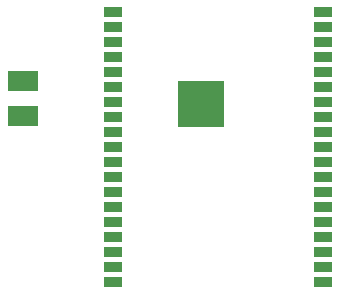
<source format=gtp>
G04 ---------------------------- Layer name :TOP PASTER LAYER*
G04 EasyEDA v5.6.15, Thu, 02 Aug 2018 18:58:32 GMT*
G04 c1dd2be7df344d0ea50767cdd4af59ce*
G04 Gerber Generator version 0.2*
G04 Scale: 100 percent, Rotated: No, Reflected: No *
G04 Dimensions in inches *
G04 leading zeros omitted , absolute positions ,2 integer and 4 decimal *
%FSLAX24Y24*%
%MOIN*%
G90*
G70D02*

%ADD13R,0.059276X0.035433*%
%ADD14R,0.157480X0.157480*%
%ADD15R,0.102362X0.070866*%

%LPD*%
G54D13*
G01X4771Y20200D03*
G01X4771Y19700D03*
G01X4771Y19200D03*
G01X4771Y18700D03*
G01X4771Y18200D03*
G01X4771Y17700D03*
G01X4771Y17200D03*
G01X4771Y16700D03*
G01X4771Y16200D03*
G01X4771Y15700D03*
G01X4771Y15200D03*
G01X4771Y14700D03*
G01X4771Y14200D03*
G01X4771Y13700D03*
G01X4771Y13200D03*
G01X4771Y12700D03*
G01X4771Y12200D03*
G01X4771Y11700D03*
G01X4771Y11200D03*
G01X11781Y20200D03*
G01X11781Y19700D03*
G01X11781Y19200D03*
G01X11781Y18700D03*
G01X11781Y18200D03*
G01X11781Y17700D03*
G01X11781Y17200D03*
G01X11781Y16700D03*
G01X11781Y16200D03*
G01X11781Y15700D03*
G01X11781Y15200D03*
G01X11781Y14700D03*
G01X11781Y14200D03*
G01X11781Y13700D03*
G01X11781Y13200D03*
G01X11781Y12700D03*
G01X11781Y12200D03*
G01X11781Y11700D03*
G01X11781Y11200D03*
G54D14*
G01X7734Y17132D03*
G54D15*
G01X1800Y17900D03*
G01X1800Y16717D03*
M00*
M02*

</source>
